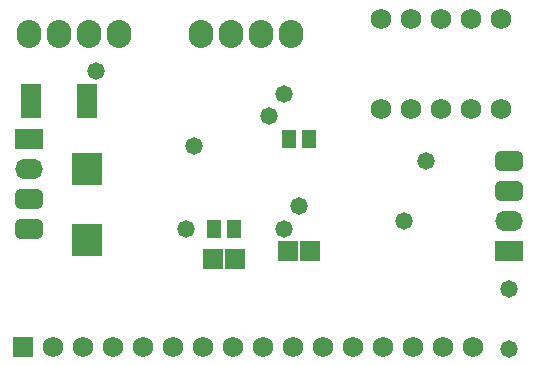
<source format=gbs>
G04 Layer_Color=8150272*
%FSLAX25Y25*%
%MOIN*%
G70*
G01*
G75*
%ADD52R,0.05131X0.06312*%
%ADD56R,0.06902X0.06902*%
%ADD58O,0.08300X0.09300*%
%ADD59R,0.09300X0.06800*%
%ADD60O,0.09300X0.06800*%
G04:AMPARAMS|DCode=61|XSize=68mil|YSize=93mil|CornerRadius=19mil|HoleSize=0mil|Usage=FLASHONLY|Rotation=90.000|XOffset=0mil|YOffset=0mil|HoleType=Round|Shape=RoundedRectangle|*
%AMROUNDEDRECTD61*
21,1,0.06800,0.05500,0,0,90.0*
21,1,0.03000,0.09300,0,0,90.0*
1,1,0.03800,0.02750,0.01500*
1,1,0.03800,0.02750,-0.01500*
1,1,0.03800,-0.02750,-0.01500*
1,1,0.03800,-0.02750,0.01500*
%
%ADD61ROUNDEDRECTD61*%
%ADD62C,0.05800*%
%ADD63R,0.06800X0.06800*%
%ADD64C,0.06800*%
%ADD65R,0.10446X0.10839*%
%ADD66R,0.06900X0.11700*%
D52*
X105945Y75000D02*
D03*
X99055D02*
D03*
X80945Y45000D02*
D03*
X74055D02*
D03*
D56*
X98858Y37500D02*
D03*
X106142D02*
D03*
X73858Y35000D02*
D03*
X81142D02*
D03*
D58*
X100000Y110000D02*
D03*
X90000D02*
D03*
X80000D02*
D03*
X70000D02*
D03*
X42500D02*
D03*
X32500D02*
D03*
X22500D02*
D03*
X12500D02*
D03*
D59*
X172500Y37500D02*
D03*
X12500Y75000D02*
D03*
D60*
X172500Y47500D02*
D03*
X12500Y65000D02*
D03*
D61*
X172500Y57500D02*
D03*
Y67500D02*
D03*
X12500Y55000D02*
D03*
Y45000D02*
D03*
D62*
X172500Y25000D02*
D03*
Y5000D02*
D03*
X92500Y82500D02*
D03*
X65000Y45000D02*
D03*
X137500Y47500D02*
D03*
X102500Y52500D02*
D03*
X145000Y67500D02*
D03*
X97500Y45000D02*
D03*
X67500Y72500D02*
D03*
X97500Y90000D02*
D03*
X35000Y97500D02*
D03*
D63*
X10500Y5500D02*
D03*
D64*
X20500D02*
D03*
X30500D02*
D03*
X40500D02*
D03*
X50500D02*
D03*
X60500D02*
D03*
X70500D02*
D03*
X80500D02*
D03*
X90500D02*
D03*
X100500D02*
D03*
X110500D02*
D03*
X120500D02*
D03*
X130500D02*
D03*
X140500D02*
D03*
X150500D02*
D03*
X160500D02*
D03*
X130000Y115000D02*
D03*
X140000D02*
D03*
X150000D02*
D03*
X160000D02*
D03*
X170000D02*
D03*
Y85000D02*
D03*
X160000D02*
D03*
X150000D02*
D03*
X140000D02*
D03*
X130000D02*
D03*
D65*
X32000Y41091D02*
D03*
Y64909D02*
D03*
D66*
X13100Y87500D02*
D03*
X31900D02*
D03*
M02*

</source>
